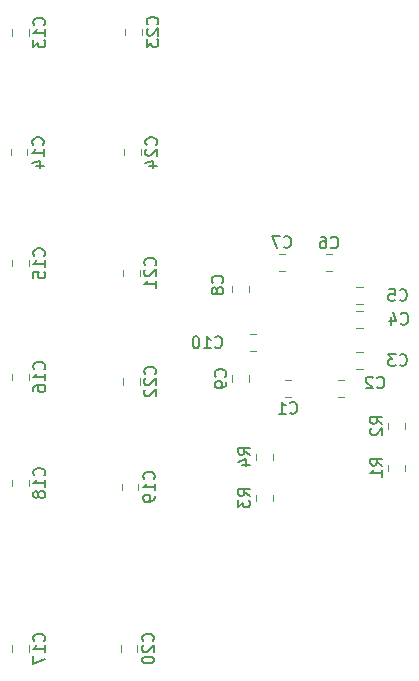
<source format=gbr>
%TF.GenerationSoftware,KiCad,Pcbnew,(5.1.6)-1*%
%TF.CreationDate,2020-07-30T18:42:53+03:00*%
%TF.ProjectId,386_v1,3338365f-7631-42e6-9b69-6361645f7063,rev?*%
%TF.SameCoordinates,Original*%
%TF.FileFunction,Legend,Bot*%
%TF.FilePolarity,Positive*%
%FSLAX46Y46*%
G04 Gerber Fmt 4.6, Leading zero omitted, Abs format (unit mm)*
G04 Created by KiCad (PCBNEW (5.1.6)-1) date 2020-07-30 18:42:53*
%MOMM*%
%LPD*%
G01*
G04 APERTURE LIST*
%ADD10C,0.120000*%
%ADD11C,0.150000*%
G04 APERTURE END LIST*
D10*
%TO.C,C1*%
X70863748Y-71990000D02*
X71386252Y-71990000D01*
X70863748Y-73410000D02*
X71386252Y-73410000D01*
%TO.C,C2*%
X75836252Y-71990000D02*
X75313748Y-71990000D01*
X75836252Y-73410000D02*
X75313748Y-73410000D01*
%TO.C,C3*%
X77436252Y-69590000D02*
X76913748Y-69590000D01*
X77436252Y-71010000D02*
X76913748Y-71010000D01*
%TO.C,C4*%
X77436252Y-67510000D02*
X76913748Y-67510000D01*
X77436252Y-66090000D02*
X76913748Y-66090000D01*
%TO.C,C5*%
X77436252Y-64090000D02*
X76913748Y-64090000D01*
X77436252Y-65510000D02*
X76913748Y-65510000D01*
%TO.C,C6*%
X74836252Y-61290000D02*
X74313748Y-61290000D01*
X74836252Y-62710000D02*
X74313748Y-62710000D01*
%TO.C,C7*%
X70363748Y-61290000D02*
X70886252Y-61290000D01*
X70363748Y-62710000D02*
X70886252Y-62710000D01*
%TO.C,C8*%
X66390000Y-64536252D02*
X66390000Y-64013748D01*
X67810000Y-64536252D02*
X67810000Y-64013748D01*
%TO.C,C9*%
X66390000Y-71563748D02*
X66390000Y-72086252D01*
X67810000Y-71563748D02*
X67810000Y-72086252D01*
%TO.C,C10*%
X67863748Y-69510000D02*
X68386252Y-69510000D01*
X67863748Y-68090000D02*
X68386252Y-68090000D01*
%TO.C,R1*%
X79590000Y-79103922D02*
X79590000Y-79621078D01*
X81010000Y-79103922D02*
X81010000Y-79621078D01*
%TO.C,R2*%
X79590000Y-75578922D02*
X79590000Y-76096078D01*
X81010000Y-75578922D02*
X81010000Y-76096078D01*
%TO.C,R3*%
X69810000Y-81678922D02*
X69810000Y-82196078D01*
X68390000Y-81678922D02*
X68390000Y-82196078D01*
%TO.C,R4*%
X68390000Y-78178922D02*
X68390000Y-78696078D01*
X69810000Y-78178922D02*
X69810000Y-78696078D01*
%TO.C,C13*%
X47740000Y-42786252D02*
X47740000Y-42263748D01*
X49160000Y-42786252D02*
X49160000Y-42263748D01*
%TO.C,C14*%
X49060000Y-52936252D02*
X49060000Y-52413748D01*
X47640000Y-52936252D02*
X47640000Y-52413748D01*
%TO.C,C15*%
X47740000Y-62336252D02*
X47740000Y-61813748D01*
X49160000Y-62336252D02*
X49160000Y-61813748D01*
%TO.C,C16*%
X49160000Y-71936252D02*
X49160000Y-71413748D01*
X47740000Y-71936252D02*
X47740000Y-71413748D01*
%TO.C,C17*%
X49160000Y-94936252D02*
X49160000Y-94413748D01*
X47740000Y-94936252D02*
X47740000Y-94413748D01*
%TO.C,C18*%
X47740000Y-80936252D02*
X47740000Y-80413748D01*
X49160000Y-80936252D02*
X49160000Y-80413748D01*
%TO.C,C19*%
X57040000Y-81236252D02*
X57040000Y-80713748D01*
X58460000Y-81236252D02*
X58460000Y-80713748D01*
%TO.C,C20*%
X58360000Y-94936252D02*
X58360000Y-94413748D01*
X56940000Y-94936252D02*
X56940000Y-94413748D01*
%TO.C,C21*%
X57140000Y-63136252D02*
X57140000Y-62613748D01*
X58560000Y-63136252D02*
X58560000Y-62613748D01*
%TO.C,C22*%
X58560000Y-72336252D02*
X58560000Y-71813748D01*
X57140000Y-72336252D02*
X57140000Y-71813748D01*
%TO.C,C23*%
X57340000Y-42736252D02*
X57340000Y-42213748D01*
X58760000Y-42736252D02*
X58760000Y-42213748D01*
%TO.C,C24*%
X58660000Y-52936252D02*
X58660000Y-52413748D01*
X57240000Y-52936252D02*
X57240000Y-52413748D01*
%TO.C,C1*%
D11*
X71291666Y-74707142D02*
X71339285Y-74754761D01*
X71482142Y-74802380D01*
X71577380Y-74802380D01*
X71720238Y-74754761D01*
X71815476Y-74659523D01*
X71863095Y-74564285D01*
X71910714Y-74373809D01*
X71910714Y-74230952D01*
X71863095Y-74040476D01*
X71815476Y-73945238D01*
X71720238Y-73850000D01*
X71577380Y-73802380D01*
X71482142Y-73802380D01*
X71339285Y-73850000D01*
X71291666Y-73897619D01*
X70339285Y-74802380D02*
X70910714Y-74802380D01*
X70625000Y-74802380D02*
X70625000Y-73802380D01*
X70720238Y-73945238D01*
X70815476Y-74040476D01*
X70910714Y-74088095D01*
%TO.C,C2*%
X78666666Y-72557142D02*
X78714285Y-72604761D01*
X78857142Y-72652380D01*
X78952380Y-72652380D01*
X79095238Y-72604761D01*
X79190476Y-72509523D01*
X79238095Y-72414285D01*
X79285714Y-72223809D01*
X79285714Y-72080952D01*
X79238095Y-71890476D01*
X79190476Y-71795238D01*
X79095238Y-71700000D01*
X78952380Y-71652380D01*
X78857142Y-71652380D01*
X78714285Y-71700000D01*
X78666666Y-71747619D01*
X78285714Y-71747619D02*
X78238095Y-71700000D01*
X78142857Y-71652380D01*
X77904761Y-71652380D01*
X77809523Y-71700000D01*
X77761904Y-71747619D01*
X77714285Y-71842857D01*
X77714285Y-71938095D01*
X77761904Y-72080952D01*
X78333333Y-72652380D01*
X77714285Y-72652380D01*
%TO.C,C3*%
X80566666Y-70657142D02*
X80614285Y-70704761D01*
X80757142Y-70752380D01*
X80852380Y-70752380D01*
X80995238Y-70704761D01*
X81090476Y-70609523D01*
X81138095Y-70514285D01*
X81185714Y-70323809D01*
X81185714Y-70180952D01*
X81138095Y-69990476D01*
X81090476Y-69895238D01*
X80995238Y-69800000D01*
X80852380Y-69752380D01*
X80757142Y-69752380D01*
X80614285Y-69800000D01*
X80566666Y-69847619D01*
X80233333Y-69752380D02*
X79614285Y-69752380D01*
X79947619Y-70133333D01*
X79804761Y-70133333D01*
X79709523Y-70180952D01*
X79661904Y-70228571D01*
X79614285Y-70323809D01*
X79614285Y-70561904D01*
X79661904Y-70657142D01*
X79709523Y-70704761D01*
X79804761Y-70752380D01*
X80090476Y-70752380D01*
X80185714Y-70704761D01*
X80233333Y-70657142D01*
%TO.C,C4*%
X80666666Y-67157142D02*
X80714285Y-67204761D01*
X80857142Y-67252380D01*
X80952380Y-67252380D01*
X81095238Y-67204761D01*
X81190476Y-67109523D01*
X81238095Y-67014285D01*
X81285714Y-66823809D01*
X81285714Y-66680952D01*
X81238095Y-66490476D01*
X81190476Y-66395238D01*
X81095238Y-66300000D01*
X80952380Y-66252380D01*
X80857142Y-66252380D01*
X80714285Y-66300000D01*
X80666666Y-66347619D01*
X79809523Y-66585714D02*
X79809523Y-67252380D01*
X80047619Y-66204761D02*
X80285714Y-66919047D01*
X79666666Y-66919047D01*
%TO.C,C5*%
X80566666Y-65157142D02*
X80614285Y-65204761D01*
X80757142Y-65252380D01*
X80852380Y-65252380D01*
X80995238Y-65204761D01*
X81090476Y-65109523D01*
X81138095Y-65014285D01*
X81185714Y-64823809D01*
X81185714Y-64680952D01*
X81138095Y-64490476D01*
X81090476Y-64395238D01*
X80995238Y-64300000D01*
X80852380Y-64252380D01*
X80757142Y-64252380D01*
X80614285Y-64300000D01*
X80566666Y-64347619D01*
X79661904Y-64252380D02*
X80138095Y-64252380D01*
X80185714Y-64728571D01*
X80138095Y-64680952D01*
X80042857Y-64633333D01*
X79804761Y-64633333D01*
X79709523Y-64680952D01*
X79661904Y-64728571D01*
X79614285Y-64823809D01*
X79614285Y-65061904D01*
X79661904Y-65157142D01*
X79709523Y-65204761D01*
X79804761Y-65252380D01*
X80042857Y-65252380D01*
X80138095Y-65204761D01*
X80185714Y-65157142D01*
%TO.C,C6*%
X74741666Y-60707142D02*
X74789285Y-60754761D01*
X74932142Y-60802380D01*
X75027380Y-60802380D01*
X75170238Y-60754761D01*
X75265476Y-60659523D01*
X75313095Y-60564285D01*
X75360714Y-60373809D01*
X75360714Y-60230952D01*
X75313095Y-60040476D01*
X75265476Y-59945238D01*
X75170238Y-59850000D01*
X75027380Y-59802380D01*
X74932142Y-59802380D01*
X74789285Y-59850000D01*
X74741666Y-59897619D01*
X73884523Y-59802380D02*
X74075000Y-59802380D01*
X74170238Y-59850000D01*
X74217857Y-59897619D01*
X74313095Y-60040476D01*
X74360714Y-60230952D01*
X74360714Y-60611904D01*
X74313095Y-60707142D01*
X74265476Y-60754761D01*
X74170238Y-60802380D01*
X73979761Y-60802380D01*
X73884523Y-60754761D01*
X73836904Y-60707142D01*
X73789285Y-60611904D01*
X73789285Y-60373809D01*
X73836904Y-60278571D01*
X73884523Y-60230952D01*
X73979761Y-60183333D01*
X74170238Y-60183333D01*
X74265476Y-60230952D01*
X74313095Y-60278571D01*
X74360714Y-60373809D01*
%TO.C,C7*%
X70766666Y-60657142D02*
X70814285Y-60704761D01*
X70957142Y-60752380D01*
X71052380Y-60752380D01*
X71195238Y-60704761D01*
X71290476Y-60609523D01*
X71338095Y-60514285D01*
X71385714Y-60323809D01*
X71385714Y-60180952D01*
X71338095Y-59990476D01*
X71290476Y-59895238D01*
X71195238Y-59800000D01*
X71052380Y-59752380D01*
X70957142Y-59752380D01*
X70814285Y-59800000D01*
X70766666Y-59847619D01*
X70433333Y-59752380D02*
X69766666Y-59752380D01*
X70195238Y-60752380D01*
%TO.C,C8*%
X65557142Y-63733333D02*
X65604761Y-63685714D01*
X65652380Y-63542857D01*
X65652380Y-63447619D01*
X65604761Y-63304761D01*
X65509523Y-63209523D01*
X65414285Y-63161904D01*
X65223809Y-63114285D01*
X65080952Y-63114285D01*
X64890476Y-63161904D01*
X64795238Y-63209523D01*
X64700000Y-63304761D01*
X64652380Y-63447619D01*
X64652380Y-63542857D01*
X64700000Y-63685714D01*
X64747619Y-63733333D01*
X65080952Y-64304761D02*
X65033333Y-64209523D01*
X64985714Y-64161904D01*
X64890476Y-64114285D01*
X64842857Y-64114285D01*
X64747619Y-64161904D01*
X64700000Y-64209523D01*
X64652380Y-64304761D01*
X64652380Y-64495238D01*
X64700000Y-64590476D01*
X64747619Y-64638095D01*
X64842857Y-64685714D01*
X64890476Y-64685714D01*
X64985714Y-64638095D01*
X65033333Y-64590476D01*
X65080952Y-64495238D01*
X65080952Y-64304761D01*
X65128571Y-64209523D01*
X65176190Y-64161904D01*
X65271428Y-64114285D01*
X65461904Y-64114285D01*
X65557142Y-64161904D01*
X65604761Y-64209523D01*
X65652380Y-64304761D01*
X65652380Y-64495238D01*
X65604761Y-64590476D01*
X65557142Y-64638095D01*
X65461904Y-64685714D01*
X65271428Y-64685714D01*
X65176190Y-64638095D01*
X65128571Y-64590476D01*
X65080952Y-64495238D01*
%TO.C,C9*%
X65807142Y-71658333D02*
X65854761Y-71610714D01*
X65902380Y-71467857D01*
X65902380Y-71372619D01*
X65854761Y-71229761D01*
X65759523Y-71134523D01*
X65664285Y-71086904D01*
X65473809Y-71039285D01*
X65330952Y-71039285D01*
X65140476Y-71086904D01*
X65045238Y-71134523D01*
X64950000Y-71229761D01*
X64902380Y-71372619D01*
X64902380Y-71467857D01*
X64950000Y-71610714D01*
X64997619Y-71658333D01*
X65902380Y-72134523D02*
X65902380Y-72325000D01*
X65854761Y-72420238D01*
X65807142Y-72467857D01*
X65664285Y-72563095D01*
X65473809Y-72610714D01*
X65092857Y-72610714D01*
X64997619Y-72563095D01*
X64950000Y-72515476D01*
X64902380Y-72420238D01*
X64902380Y-72229761D01*
X64950000Y-72134523D01*
X64997619Y-72086904D01*
X65092857Y-72039285D01*
X65330952Y-72039285D01*
X65426190Y-72086904D01*
X65473809Y-72134523D01*
X65521428Y-72229761D01*
X65521428Y-72420238D01*
X65473809Y-72515476D01*
X65426190Y-72563095D01*
X65330952Y-72610714D01*
%TO.C,C10*%
X64942857Y-69157142D02*
X64990476Y-69204761D01*
X65133333Y-69252380D01*
X65228571Y-69252380D01*
X65371428Y-69204761D01*
X65466666Y-69109523D01*
X65514285Y-69014285D01*
X65561904Y-68823809D01*
X65561904Y-68680952D01*
X65514285Y-68490476D01*
X65466666Y-68395238D01*
X65371428Y-68300000D01*
X65228571Y-68252380D01*
X65133333Y-68252380D01*
X64990476Y-68300000D01*
X64942857Y-68347619D01*
X63990476Y-69252380D02*
X64561904Y-69252380D01*
X64276190Y-69252380D02*
X64276190Y-68252380D01*
X64371428Y-68395238D01*
X64466666Y-68490476D01*
X64561904Y-68538095D01*
X63371428Y-68252380D02*
X63276190Y-68252380D01*
X63180952Y-68300000D01*
X63133333Y-68347619D01*
X63085714Y-68442857D01*
X63038095Y-68633333D01*
X63038095Y-68871428D01*
X63085714Y-69061904D01*
X63133333Y-69157142D01*
X63180952Y-69204761D01*
X63276190Y-69252380D01*
X63371428Y-69252380D01*
X63466666Y-69204761D01*
X63514285Y-69157142D01*
X63561904Y-69061904D01*
X63609523Y-68871428D01*
X63609523Y-68633333D01*
X63561904Y-68442857D01*
X63514285Y-68347619D01*
X63466666Y-68300000D01*
X63371428Y-68252380D01*
%TO.C,R1*%
X79102380Y-79195833D02*
X78626190Y-78862500D01*
X79102380Y-78624404D02*
X78102380Y-78624404D01*
X78102380Y-79005357D01*
X78150000Y-79100595D01*
X78197619Y-79148214D01*
X78292857Y-79195833D01*
X78435714Y-79195833D01*
X78530952Y-79148214D01*
X78578571Y-79100595D01*
X78626190Y-79005357D01*
X78626190Y-78624404D01*
X79102380Y-80148214D02*
X79102380Y-79576785D01*
X79102380Y-79862500D02*
X78102380Y-79862500D01*
X78245238Y-79767261D01*
X78340476Y-79672023D01*
X78388095Y-79576785D01*
%TO.C,R2*%
X79102380Y-75670833D02*
X78626190Y-75337500D01*
X79102380Y-75099404D02*
X78102380Y-75099404D01*
X78102380Y-75480357D01*
X78150000Y-75575595D01*
X78197619Y-75623214D01*
X78292857Y-75670833D01*
X78435714Y-75670833D01*
X78530952Y-75623214D01*
X78578571Y-75575595D01*
X78626190Y-75480357D01*
X78626190Y-75099404D01*
X78197619Y-76051785D02*
X78150000Y-76099404D01*
X78102380Y-76194642D01*
X78102380Y-76432738D01*
X78150000Y-76527976D01*
X78197619Y-76575595D01*
X78292857Y-76623214D01*
X78388095Y-76623214D01*
X78530952Y-76575595D01*
X79102380Y-76004166D01*
X79102380Y-76623214D01*
%TO.C,R3*%
X67902380Y-81770833D02*
X67426190Y-81437500D01*
X67902380Y-81199404D02*
X66902380Y-81199404D01*
X66902380Y-81580357D01*
X66950000Y-81675595D01*
X66997619Y-81723214D01*
X67092857Y-81770833D01*
X67235714Y-81770833D01*
X67330952Y-81723214D01*
X67378571Y-81675595D01*
X67426190Y-81580357D01*
X67426190Y-81199404D01*
X66902380Y-82104166D02*
X66902380Y-82723214D01*
X67283333Y-82389880D01*
X67283333Y-82532738D01*
X67330952Y-82627976D01*
X67378571Y-82675595D01*
X67473809Y-82723214D01*
X67711904Y-82723214D01*
X67807142Y-82675595D01*
X67854761Y-82627976D01*
X67902380Y-82532738D01*
X67902380Y-82247023D01*
X67854761Y-82151785D01*
X67807142Y-82104166D01*
%TO.C,R4*%
X67902380Y-78270833D02*
X67426190Y-77937500D01*
X67902380Y-77699404D02*
X66902380Y-77699404D01*
X66902380Y-78080357D01*
X66950000Y-78175595D01*
X66997619Y-78223214D01*
X67092857Y-78270833D01*
X67235714Y-78270833D01*
X67330952Y-78223214D01*
X67378571Y-78175595D01*
X67426190Y-78080357D01*
X67426190Y-77699404D01*
X67235714Y-79127976D02*
X67902380Y-79127976D01*
X66854761Y-78889880D02*
X67569047Y-78651785D01*
X67569047Y-79270833D01*
%TO.C,C13*%
X50457142Y-41882142D02*
X50504761Y-41834523D01*
X50552380Y-41691666D01*
X50552380Y-41596428D01*
X50504761Y-41453571D01*
X50409523Y-41358333D01*
X50314285Y-41310714D01*
X50123809Y-41263095D01*
X49980952Y-41263095D01*
X49790476Y-41310714D01*
X49695238Y-41358333D01*
X49600000Y-41453571D01*
X49552380Y-41596428D01*
X49552380Y-41691666D01*
X49600000Y-41834523D01*
X49647619Y-41882142D01*
X50552380Y-42834523D02*
X50552380Y-42263095D01*
X50552380Y-42548809D02*
X49552380Y-42548809D01*
X49695238Y-42453571D01*
X49790476Y-42358333D01*
X49838095Y-42263095D01*
X49552380Y-43167857D02*
X49552380Y-43786904D01*
X49933333Y-43453571D01*
X49933333Y-43596428D01*
X49980952Y-43691666D01*
X50028571Y-43739285D01*
X50123809Y-43786904D01*
X50361904Y-43786904D01*
X50457142Y-43739285D01*
X50504761Y-43691666D01*
X50552380Y-43596428D01*
X50552380Y-43310714D01*
X50504761Y-43215476D01*
X50457142Y-43167857D01*
%TO.C,C14*%
X50357142Y-52032142D02*
X50404761Y-51984523D01*
X50452380Y-51841666D01*
X50452380Y-51746428D01*
X50404761Y-51603571D01*
X50309523Y-51508333D01*
X50214285Y-51460714D01*
X50023809Y-51413095D01*
X49880952Y-51413095D01*
X49690476Y-51460714D01*
X49595238Y-51508333D01*
X49500000Y-51603571D01*
X49452380Y-51746428D01*
X49452380Y-51841666D01*
X49500000Y-51984523D01*
X49547619Y-52032142D01*
X50452380Y-52984523D02*
X50452380Y-52413095D01*
X50452380Y-52698809D02*
X49452380Y-52698809D01*
X49595238Y-52603571D01*
X49690476Y-52508333D01*
X49738095Y-52413095D01*
X49785714Y-53841666D02*
X50452380Y-53841666D01*
X49404761Y-53603571D02*
X50119047Y-53365476D01*
X50119047Y-53984523D01*
%TO.C,C15*%
X50457142Y-61432142D02*
X50504761Y-61384523D01*
X50552380Y-61241666D01*
X50552380Y-61146428D01*
X50504761Y-61003571D01*
X50409523Y-60908333D01*
X50314285Y-60860714D01*
X50123809Y-60813095D01*
X49980952Y-60813095D01*
X49790476Y-60860714D01*
X49695238Y-60908333D01*
X49600000Y-61003571D01*
X49552380Y-61146428D01*
X49552380Y-61241666D01*
X49600000Y-61384523D01*
X49647619Y-61432142D01*
X50552380Y-62384523D02*
X50552380Y-61813095D01*
X50552380Y-62098809D02*
X49552380Y-62098809D01*
X49695238Y-62003571D01*
X49790476Y-61908333D01*
X49838095Y-61813095D01*
X49552380Y-63289285D02*
X49552380Y-62813095D01*
X50028571Y-62765476D01*
X49980952Y-62813095D01*
X49933333Y-62908333D01*
X49933333Y-63146428D01*
X49980952Y-63241666D01*
X50028571Y-63289285D01*
X50123809Y-63336904D01*
X50361904Y-63336904D01*
X50457142Y-63289285D01*
X50504761Y-63241666D01*
X50552380Y-63146428D01*
X50552380Y-62908333D01*
X50504761Y-62813095D01*
X50457142Y-62765476D01*
%TO.C,C16*%
X50457142Y-71032142D02*
X50504761Y-70984523D01*
X50552380Y-70841666D01*
X50552380Y-70746428D01*
X50504761Y-70603571D01*
X50409523Y-70508333D01*
X50314285Y-70460714D01*
X50123809Y-70413095D01*
X49980952Y-70413095D01*
X49790476Y-70460714D01*
X49695238Y-70508333D01*
X49600000Y-70603571D01*
X49552380Y-70746428D01*
X49552380Y-70841666D01*
X49600000Y-70984523D01*
X49647619Y-71032142D01*
X50552380Y-71984523D02*
X50552380Y-71413095D01*
X50552380Y-71698809D02*
X49552380Y-71698809D01*
X49695238Y-71603571D01*
X49790476Y-71508333D01*
X49838095Y-71413095D01*
X49552380Y-72841666D02*
X49552380Y-72651190D01*
X49600000Y-72555952D01*
X49647619Y-72508333D01*
X49790476Y-72413095D01*
X49980952Y-72365476D01*
X50361904Y-72365476D01*
X50457142Y-72413095D01*
X50504761Y-72460714D01*
X50552380Y-72555952D01*
X50552380Y-72746428D01*
X50504761Y-72841666D01*
X50457142Y-72889285D01*
X50361904Y-72936904D01*
X50123809Y-72936904D01*
X50028571Y-72889285D01*
X49980952Y-72841666D01*
X49933333Y-72746428D01*
X49933333Y-72555952D01*
X49980952Y-72460714D01*
X50028571Y-72413095D01*
X50123809Y-72365476D01*
%TO.C,C17*%
X50457142Y-94032142D02*
X50504761Y-93984523D01*
X50552380Y-93841666D01*
X50552380Y-93746428D01*
X50504761Y-93603571D01*
X50409523Y-93508333D01*
X50314285Y-93460714D01*
X50123809Y-93413095D01*
X49980952Y-93413095D01*
X49790476Y-93460714D01*
X49695238Y-93508333D01*
X49600000Y-93603571D01*
X49552380Y-93746428D01*
X49552380Y-93841666D01*
X49600000Y-93984523D01*
X49647619Y-94032142D01*
X50552380Y-94984523D02*
X50552380Y-94413095D01*
X50552380Y-94698809D02*
X49552380Y-94698809D01*
X49695238Y-94603571D01*
X49790476Y-94508333D01*
X49838095Y-94413095D01*
X49552380Y-95317857D02*
X49552380Y-95984523D01*
X50552380Y-95555952D01*
%TO.C,C18*%
X50457142Y-80032142D02*
X50504761Y-79984523D01*
X50552380Y-79841666D01*
X50552380Y-79746428D01*
X50504761Y-79603571D01*
X50409523Y-79508333D01*
X50314285Y-79460714D01*
X50123809Y-79413095D01*
X49980952Y-79413095D01*
X49790476Y-79460714D01*
X49695238Y-79508333D01*
X49600000Y-79603571D01*
X49552380Y-79746428D01*
X49552380Y-79841666D01*
X49600000Y-79984523D01*
X49647619Y-80032142D01*
X50552380Y-80984523D02*
X50552380Y-80413095D01*
X50552380Y-80698809D02*
X49552380Y-80698809D01*
X49695238Y-80603571D01*
X49790476Y-80508333D01*
X49838095Y-80413095D01*
X49980952Y-81555952D02*
X49933333Y-81460714D01*
X49885714Y-81413095D01*
X49790476Y-81365476D01*
X49742857Y-81365476D01*
X49647619Y-81413095D01*
X49600000Y-81460714D01*
X49552380Y-81555952D01*
X49552380Y-81746428D01*
X49600000Y-81841666D01*
X49647619Y-81889285D01*
X49742857Y-81936904D01*
X49790476Y-81936904D01*
X49885714Y-81889285D01*
X49933333Y-81841666D01*
X49980952Y-81746428D01*
X49980952Y-81555952D01*
X50028571Y-81460714D01*
X50076190Y-81413095D01*
X50171428Y-81365476D01*
X50361904Y-81365476D01*
X50457142Y-81413095D01*
X50504761Y-81460714D01*
X50552380Y-81555952D01*
X50552380Y-81746428D01*
X50504761Y-81841666D01*
X50457142Y-81889285D01*
X50361904Y-81936904D01*
X50171428Y-81936904D01*
X50076190Y-81889285D01*
X50028571Y-81841666D01*
X49980952Y-81746428D01*
%TO.C,C19*%
X59757142Y-80332142D02*
X59804761Y-80284523D01*
X59852380Y-80141666D01*
X59852380Y-80046428D01*
X59804761Y-79903571D01*
X59709523Y-79808333D01*
X59614285Y-79760714D01*
X59423809Y-79713095D01*
X59280952Y-79713095D01*
X59090476Y-79760714D01*
X58995238Y-79808333D01*
X58900000Y-79903571D01*
X58852380Y-80046428D01*
X58852380Y-80141666D01*
X58900000Y-80284523D01*
X58947619Y-80332142D01*
X59852380Y-81284523D02*
X59852380Y-80713095D01*
X59852380Y-80998809D02*
X58852380Y-80998809D01*
X58995238Y-80903571D01*
X59090476Y-80808333D01*
X59138095Y-80713095D01*
X59852380Y-81760714D02*
X59852380Y-81951190D01*
X59804761Y-82046428D01*
X59757142Y-82094047D01*
X59614285Y-82189285D01*
X59423809Y-82236904D01*
X59042857Y-82236904D01*
X58947619Y-82189285D01*
X58900000Y-82141666D01*
X58852380Y-82046428D01*
X58852380Y-81855952D01*
X58900000Y-81760714D01*
X58947619Y-81713095D01*
X59042857Y-81665476D01*
X59280952Y-81665476D01*
X59376190Y-81713095D01*
X59423809Y-81760714D01*
X59471428Y-81855952D01*
X59471428Y-82046428D01*
X59423809Y-82141666D01*
X59376190Y-82189285D01*
X59280952Y-82236904D01*
%TO.C,C20*%
X59657142Y-94032142D02*
X59704761Y-93984523D01*
X59752380Y-93841666D01*
X59752380Y-93746428D01*
X59704761Y-93603571D01*
X59609523Y-93508333D01*
X59514285Y-93460714D01*
X59323809Y-93413095D01*
X59180952Y-93413095D01*
X58990476Y-93460714D01*
X58895238Y-93508333D01*
X58800000Y-93603571D01*
X58752380Y-93746428D01*
X58752380Y-93841666D01*
X58800000Y-93984523D01*
X58847619Y-94032142D01*
X58847619Y-94413095D02*
X58800000Y-94460714D01*
X58752380Y-94555952D01*
X58752380Y-94794047D01*
X58800000Y-94889285D01*
X58847619Y-94936904D01*
X58942857Y-94984523D01*
X59038095Y-94984523D01*
X59180952Y-94936904D01*
X59752380Y-94365476D01*
X59752380Y-94984523D01*
X58752380Y-95603571D02*
X58752380Y-95698809D01*
X58800000Y-95794047D01*
X58847619Y-95841666D01*
X58942857Y-95889285D01*
X59133333Y-95936904D01*
X59371428Y-95936904D01*
X59561904Y-95889285D01*
X59657142Y-95841666D01*
X59704761Y-95794047D01*
X59752380Y-95698809D01*
X59752380Y-95603571D01*
X59704761Y-95508333D01*
X59657142Y-95460714D01*
X59561904Y-95413095D01*
X59371428Y-95365476D01*
X59133333Y-95365476D01*
X58942857Y-95413095D01*
X58847619Y-95460714D01*
X58800000Y-95508333D01*
X58752380Y-95603571D01*
%TO.C,C21*%
X59857142Y-62232142D02*
X59904761Y-62184523D01*
X59952380Y-62041666D01*
X59952380Y-61946428D01*
X59904761Y-61803571D01*
X59809523Y-61708333D01*
X59714285Y-61660714D01*
X59523809Y-61613095D01*
X59380952Y-61613095D01*
X59190476Y-61660714D01*
X59095238Y-61708333D01*
X59000000Y-61803571D01*
X58952380Y-61946428D01*
X58952380Y-62041666D01*
X59000000Y-62184523D01*
X59047619Y-62232142D01*
X59047619Y-62613095D02*
X59000000Y-62660714D01*
X58952380Y-62755952D01*
X58952380Y-62994047D01*
X59000000Y-63089285D01*
X59047619Y-63136904D01*
X59142857Y-63184523D01*
X59238095Y-63184523D01*
X59380952Y-63136904D01*
X59952380Y-62565476D01*
X59952380Y-63184523D01*
X59952380Y-64136904D02*
X59952380Y-63565476D01*
X59952380Y-63851190D02*
X58952380Y-63851190D01*
X59095238Y-63755952D01*
X59190476Y-63660714D01*
X59238095Y-63565476D01*
%TO.C,C22*%
X59857142Y-71432142D02*
X59904761Y-71384523D01*
X59952380Y-71241666D01*
X59952380Y-71146428D01*
X59904761Y-71003571D01*
X59809523Y-70908333D01*
X59714285Y-70860714D01*
X59523809Y-70813095D01*
X59380952Y-70813095D01*
X59190476Y-70860714D01*
X59095238Y-70908333D01*
X59000000Y-71003571D01*
X58952380Y-71146428D01*
X58952380Y-71241666D01*
X59000000Y-71384523D01*
X59047619Y-71432142D01*
X59047619Y-71813095D02*
X59000000Y-71860714D01*
X58952380Y-71955952D01*
X58952380Y-72194047D01*
X59000000Y-72289285D01*
X59047619Y-72336904D01*
X59142857Y-72384523D01*
X59238095Y-72384523D01*
X59380952Y-72336904D01*
X59952380Y-71765476D01*
X59952380Y-72384523D01*
X59047619Y-72765476D02*
X59000000Y-72813095D01*
X58952380Y-72908333D01*
X58952380Y-73146428D01*
X59000000Y-73241666D01*
X59047619Y-73289285D01*
X59142857Y-73336904D01*
X59238095Y-73336904D01*
X59380952Y-73289285D01*
X59952380Y-72717857D01*
X59952380Y-73336904D01*
%TO.C,C23*%
X60057142Y-41832142D02*
X60104761Y-41784523D01*
X60152380Y-41641666D01*
X60152380Y-41546428D01*
X60104761Y-41403571D01*
X60009523Y-41308333D01*
X59914285Y-41260714D01*
X59723809Y-41213095D01*
X59580952Y-41213095D01*
X59390476Y-41260714D01*
X59295238Y-41308333D01*
X59200000Y-41403571D01*
X59152380Y-41546428D01*
X59152380Y-41641666D01*
X59200000Y-41784523D01*
X59247619Y-41832142D01*
X59247619Y-42213095D02*
X59200000Y-42260714D01*
X59152380Y-42355952D01*
X59152380Y-42594047D01*
X59200000Y-42689285D01*
X59247619Y-42736904D01*
X59342857Y-42784523D01*
X59438095Y-42784523D01*
X59580952Y-42736904D01*
X60152380Y-42165476D01*
X60152380Y-42784523D01*
X59152380Y-43117857D02*
X59152380Y-43736904D01*
X59533333Y-43403571D01*
X59533333Y-43546428D01*
X59580952Y-43641666D01*
X59628571Y-43689285D01*
X59723809Y-43736904D01*
X59961904Y-43736904D01*
X60057142Y-43689285D01*
X60104761Y-43641666D01*
X60152380Y-43546428D01*
X60152380Y-43260714D01*
X60104761Y-43165476D01*
X60057142Y-43117857D01*
%TO.C,C24*%
X59957142Y-52032142D02*
X60004761Y-51984523D01*
X60052380Y-51841666D01*
X60052380Y-51746428D01*
X60004761Y-51603571D01*
X59909523Y-51508333D01*
X59814285Y-51460714D01*
X59623809Y-51413095D01*
X59480952Y-51413095D01*
X59290476Y-51460714D01*
X59195238Y-51508333D01*
X59100000Y-51603571D01*
X59052380Y-51746428D01*
X59052380Y-51841666D01*
X59100000Y-51984523D01*
X59147619Y-52032142D01*
X59147619Y-52413095D02*
X59100000Y-52460714D01*
X59052380Y-52555952D01*
X59052380Y-52794047D01*
X59100000Y-52889285D01*
X59147619Y-52936904D01*
X59242857Y-52984523D01*
X59338095Y-52984523D01*
X59480952Y-52936904D01*
X60052380Y-52365476D01*
X60052380Y-52984523D01*
X59385714Y-53841666D02*
X60052380Y-53841666D01*
X59004761Y-53603571D02*
X59719047Y-53365476D01*
X59719047Y-53984523D01*
%TD*%
M02*

</source>
